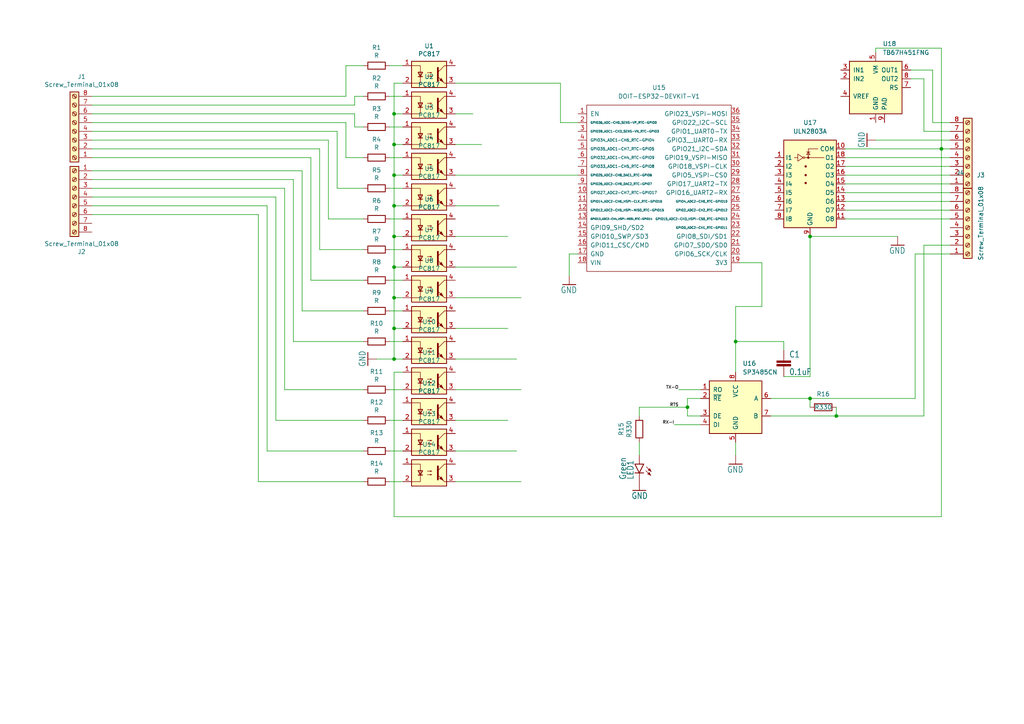
<source format=kicad_sch>
(kicad_sch (version 20211123) (generator eeschema)
  (paper "A4")
  (lib_symbols
    (symbol "Connector:Screw_Terminal_01x08" (pin_names (offset 1.016) hide)
      (property "Reference" "J" (at 0 10.16 0))
      (property "Value" "Screw_Terminal_01x08" (at 0 -12.7 0))
      (symbol "Screw_Terminal_01x08_1_1"
        (rectangle (start -1.27 8.89) (end 1.27 -11.43) (stroke (width 0.254)) (fill (type background)))
        (circle (center 0 -10.16) (radius 0.635) (stroke (width 0.1524)))
        (circle (center 0 -7.62) (radius 0.635) (stroke (width 0.1524)))
        (circle (center 0 -5.08) (radius 0.635) (stroke (width 0.1524)))
        (circle (center 0 -2.54) (radius 0.635) (stroke (width 0.1524)))
        (polyline (pts (xy -0.5334 -9.8298) (xy 0.3302 -10.668)) (stroke (width 0.1524)))
        (polyline (pts (xy -0.5334 -7.2898) (xy 0.3302 -8.128)) (stroke (width 0.1524)))
        (polyline (pts (xy -0.5334 -4.7498) (xy 0.3302 -5.588)) (stroke (width 0.1524)))
        (polyline (pts (xy -0.5334 -2.2098) (xy 0.3302 -3.048)) (stroke (width 0.1524)))
        (polyline (pts (xy -0.5334 0.3302) (xy 0.3302 -0.508)) (stroke (width 0.1524)))
        (polyline (pts (xy -0.5334 2.8702) (xy 0.3302 2.032)) (stroke (width 0.1524)))
        (polyline (pts (xy -0.5334 5.4102) (xy 0.3302 4.572)) (stroke (width 0.1524)))
        (polyline (pts (xy -0.5334 7.9502) (xy 0.3302 7.112)) (stroke (width 0.1524)))
        (polyline (pts (xy -0.3556 -9.652) (xy 0.508 -10.4902)) (stroke (width 0.1524)))
        (polyline (pts (xy -0.3556 -7.112) (xy 0.508 -7.9502)) (stroke (width 0.1524)))
        (polyline (pts (xy -0.3556 -4.572) (xy 0.508 -5.4102)) (stroke (width 0.1524)))
        (polyline (pts (xy -0.3556 -2.032) (xy 0.508 -2.8702)) (stroke (width 0.1524)))
        (polyline (pts (xy -0.3556 0.508) (xy 0.508 -0.3302)) (stroke (width 0.1524)))
        (polyline (pts (xy -0.3556 3.048) (xy 0.508 2.2098)) (stroke (width 0.1524)))
        (polyline (pts (xy -0.3556 5.588) (xy 0.508 4.7498)) (stroke (width 0.1524)))
        (polyline (pts (xy -0.3556 8.128) (xy 0.508 7.2898)) (stroke (width 0.1524)))
        (circle (center 0 0) (radius 0.635) (stroke (width 0.1524)))
        (circle (center 0 2.54) (radius 0.635) (stroke (width 0.1524)))
        (circle (center 0 5.08) (radius 0.635) (stroke (width 0.1524)))
        (circle (center 0 7.62) (radius 0.635) (stroke (width 0.1524)))
        (pin passive line (at -5.08 7.62 0) (length 3.81) (name "Pin_1") (number "1"))
        (pin passive line (at -5.08 5.08 0) (length 3.81) (name "Pin_2") (number "2"))
        (pin passive line (at -5.08 2.54 0) (length 3.81) (name "Pin_3") (number "3"))
        (pin passive line (at -5.08 0 0) (length 3.81) (name "Pin_4") (number "4"))
        (pin passive line (at -5.08 -2.54 0) (length 3.81) (name "Pin_5") (number "5"))
        (pin passive line (at -5.08 -5.08 0) (length 3.81) (name "Pin_6") (number "6"))
        (pin passive line (at -5.08 -7.62 0) (length 3.81) (name "Pin_7") (number "7"))
        (pin passive line (at -5.08 -10.16 0) (length 3.81) (name "Pin_8") (number "8"))
      )
    )
    (symbol "Device:R" (pin_numbers hide) (pin_names (offset 0))
      (property "Reference" "R" (at 2.032 0 90))
      (property "Value" "R" (at 0 0 90))
      (symbol "R_0_1"
        (rectangle (start -1.016 -2.54) (end 1.016 2.54) (stroke (width 0.254)))
      )
      (symbol "R_1_1"
        (pin passive line (at 0 3.81 270) (length 1.27) (name "~") (number "1"))
        (pin passive line (at 0 -3.81 90) (length 1.27) (name "~") (number "2"))
      )
    )
    (symbol "Driver_Motor:A4950E" (pin_names (offset 1.016))
      (property "Reference" "U15" (at 2.0194 12.7 0))
      (property "Value" "TB67H451FNG " (at 2.0194 10.16 0))
      (symbol "A4950E_0_1"
        (rectangle (start -7.62 7.62) (end 7.62 -7.62) (stroke (width 0.254)) (fill (type background)))
      )
      (symbol "A4950E_1_1"
        (pin power_in line (at 0 -10.16 90) (length 2.54) (name "GND") (number "1"))
        (pin input line (at -10.16 2.54 0) (length 2.54) (name "IN2") (number "2"))
        (pin input line (at -10.16 5.08 0) (length 2.54) (name "IN1") (number "3"))
        (pin passive line (at -10.16 -2.54 0) (length 2.54) (name "VREF") (number "4"))
        (pin power_in line (at 0 10.16 270) (length 2.54) (name "VM") (number "5"))
        (pin power_out line (at 10.16 5.08 180) (length 2.54) (name "OUT1") (number "6"))
        (pin power_in line (at 10.16 0 180) (length 2.54) (name "RS") (number "7"))
        (pin power_out line (at 10.16 2.54 180) (length 2.54) (name "OUT2") (number "8"))
        (pin power_in line (at 2.54 -10.16 90) (length 2.54) (name "PAD") (number "9"))
      )
    )
    (symbol "Interface_UART:SP3485CN" (pin_names (offset 1.016))
      (property "Reference" "U" (at -7.62 8.89 0))
      (property "Value" "SP3485CN" (at 2.54 8.89 0))
      (symbol "SP3485CN_0_1"
        (rectangle (start -7.62 7.62) (end 7.62 -7.62) (stroke (width 0.254)) (fill (type background)))
      )
      (symbol "SP3485CN_1_1"
        (pin output line (at -10.16 5.08 0) (length 2.54) (name "RO") (number "1"))
        (pin input line (at -10.16 2.54 0) (length 2.54) (name "~{RE}") (number "2"))
        (pin input line (at -10.16 -2.54 0) (length 2.54) (name "DE") (number "3"))
        (pin input line (at -10.16 -5.08 0) (length 2.54) (name "DI") (number "4"))
        (pin power_in line (at 0 -10.16 90) (length 2.54) (name "GND") (number "5"))
        (pin bidirectional line (at 10.16 2.54 180) (length 2.54) (name "A") (number "6"))
        (pin bidirectional line (at 10.16 -2.54 180) (length 2.54) (name "B") (number "7"))
        (pin power_in line (at 0 10.16 270) (length 2.54) (name "VCC") (number "8"))
      )
    )
    (symbol "Isolator:PC817" (pin_names (offset 1.016))
      (property "Reference" "U" (at -5.08 5.08 0))
      (property "Value" "PC817" (at 0 5.08 0))
      (symbol "PC817_0_1"
        (rectangle (start -5.08 3.81) (end 5.08 -3.81) (stroke (width 0.254)) (fill (type background)))
        (polyline (pts (xy -3.175 -0.635) (xy -1.905 -0.635)) (stroke (width 0.254)))
        (polyline (pts (xy 2.54 0.635) (xy 4.445 2.54)))
        (polyline (pts (xy 4.445 -2.54) (xy 2.54 -0.635)) (fill (type outline)))
        (polyline (pts (xy 4.445 -2.54) (xy 5.08 -2.54)))
        (polyline (pts (xy 4.445 2.54) (xy 5.08 2.54)))
        (polyline (pts (xy -5.08 2.54) (xy -2.54 2.54) (xy -2.54 -0.635)))
        (polyline (pts (xy -2.54 -0.635) (xy -2.54 -2.54) (xy -5.08 -2.54)))
        (polyline (pts (xy 2.54 1.905) (xy 2.54 -1.905) (xy 2.54 -1.905)) (stroke (width 0.508)))
        (polyline (pts (xy -2.54 -0.635) (xy -3.175 0.635) (xy -1.905 0.635) (xy -2.54 -0.635)) (stroke (width 0.254)))
        (polyline (pts (xy -0.508 -0.508) (xy 0.762 -0.508) (xy 0.381 -0.635) (xy 0.381 -0.381) (xy 0.762 -0.508)))
        (polyline (pts (xy -0.508 0.508) (xy 0.762 0.508) (xy 0.381 0.381) (xy 0.381 0.635) (xy 0.762 0.508)))
        (polyline (pts (xy 3.048 -1.651) (xy 3.556 -1.143) (xy 4.064 -2.159) (xy 3.048 -1.651) (xy 3.048 -1.651)) (fill (type outline)))
      )
      (symbol "PC817_1_1"
        (pin passive line (at -7.62 2.54 0) (length 2.54) (name "~") (number "1"))
        (pin passive line (at -7.62 -2.54 0) (length 2.54) (name "~") (number "2"))
        (pin passive line (at 7.62 -2.54 180) (length 2.54) (name "~") (number "3"))
        (pin passive line (at 7.62 2.54 180) (length 2.54) (name "~") (number "4"))
      )
    )
    (symbol "RS485_Breakout-eagle-import:0.1UF-25V(+80{slash}-20%)(0603)"
      (property "Reference" "C" (at 1.524 2.921 0))
      (property "Value" "0.1UF-25V(+80{slash}-20%)(0603)" (at 1.524 -2.159 0))
      (symbol "0.1UF-25V(+80{slash}-20%)(0603)_1_0"
        (rectangle (start -2.032 0.508) (end 2.032 1.016) (fill (type outline)))
        (rectangle (start -2.032 1.524) (end 2.032 2.032) (fill (type outline)))
        (polyline (pts (xy 0 0) (xy 0 0.508)) (stroke (width 0.1524)))
        (polyline (pts (xy 0 2.54) (xy 0 2.032)) (stroke (width 0.1524)))
        (pin passive line (at 0 5.08 270) (length 2.54) (name "1") (number "1"))
        (pin passive line (at 0 -2.54 90) (length 2.54) (name "2") (number "2"))
      )
    )
    (symbol "RS485_Breakout-eagle-import:GND" (power)
      (property "Value" "GND" (at -2.54 -2.54 0))
      (symbol "GND_1_0"
        (polyline (pts (xy -1.905 0) (xy 1.905 0)) (stroke (width 0.254)))
        (pin power_in line (at 0 2.54 270) (length 2.54) (name "GND") (number "1"))
      )
    )
    (symbol "RS485_Breakout-eagle-import:LED-GREEN0603"
      (property "Reference" "D" (at 3.556 -4.572 90))
      (property "Value" "LED-GREEN0603" (at 5.715 -4.572 90))
      (symbol "LED-GREEN0603_1_0"
        (polyline (pts (xy -2.032 -0.762) (xy -3.429 -2.159)) (stroke (width 0.1524)))
        (polyline (pts (xy -1.905 -1.905) (xy -3.302 -3.302)) (stroke (width 0.1524)))
        (polyline (pts (xy 0 -2.54) (xy -1.27 -2.54)) (stroke (width 0.254)))
        (polyline (pts (xy 0 -2.54) (xy -1.27 0)) (stroke (width 0.254)))
        (polyline (pts (xy 0 0) (xy -1.27 0)) (stroke (width 0.254)))
        (polyline (pts (xy 1.27 -2.54) (xy 0 -2.54)) (stroke (width 0.254)))
        (polyline (pts (xy 1.27 0) (xy 0 -2.54)) (stroke (width 0.254)))
        (polyline (pts (xy 1.27 0) (xy 0 0)) (stroke (width 0.254)))
        (polyline (pts (xy -3.429 -2.159) (xy -3.048 -1.27) (xy -2.54 -1.778)) (fill (type outline)))
        (polyline (pts (xy -3.302 -3.302) (xy -2.921 -2.413) (xy -2.413 -2.921)) (fill (type outline)))
        (pin passive line (at 0 2.54 270) (length 2.54) (name "A") (number "A"))
        (pin passive line (at 0 -5.08 90) (length 2.54) (name "C") (number "C"))
      )
    )
    (symbol "Transistor_Array:ULN2803A"
      (property "Reference" "U" (at 0 13.335 0))
      (property "Value" "ULN2803A" (at 0 11.43 0))
      (symbol "ULN2803A_0_1"
        (rectangle (start -7.62 -15.24) (end 7.62 10.16) (stroke (width 0.254)) (fill (type background)))
        (circle (center -1.778 5.08) (radius 0.254))
        (circle (center -1.27 -2.286) (radius 0.254) (fill (type outline)))
        (circle (center -1.27 0) (radius 0.254) (fill (type outline)))
        (circle (center -1.27 2.54) (radius 0.254) (fill (type outline)))
        (circle (center -0.508 5.08) (radius 0.254) (fill (type outline)))
        (polyline (pts (xy -4.572 5.08) (xy -3.556 5.08)))
        (polyline (pts (xy -1.524 5.08) (xy 4.064 5.08)))
        (polyline (pts (xy 0 6.731) (xy -1.016 6.731)))
        (polyline (pts (xy -0.508 5.08) (xy -0.508 7.62) (xy 2.286 7.62)))
        (polyline (pts (xy -3.556 6.096) (xy -3.556 4.064) (xy -2.032 5.08) (xy -3.556 6.096)))
        (polyline (pts (xy 0 5.969) (xy -1.016 5.969) (xy -0.508 6.731) (xy 0 5.969)))
      )
      (symbol "ULN2803A_1_1"
        (pin input line (at -10.16 5.08 0) (length 2.54) (name "I1") (number "1"))
        (pin passive line (at 10.16 7.62 180) (length 2.54) (name "COM") (number "10"))
        (pin open_collector line (at 10.16 -12.7 180) (length 2.54) (name "O8") (number "11"))
        (pin open_collector line (at 10.16 -10.16 180) (length 2.54) (name "O7") (number "12"))
        (pin open_collector line (at 10.16 -7.62 180) (length 2.54) (name "O6") (number "13"))
        (pin open_collector line (at 10.16 -5.08 180) (length 2.54) (name "O5") (number "14"))
        (pin open_collector line (at 10.16 -2.54 180) (length 2.54) (name "O4") (number "15"))
        (pin open_collector line (at 10.16 0 180) (length 2.54) (name "O3") (number "16"))
        (pin open_collector line (at 10.16 2.54 180) (length 2.54) (name "O2") (number "17"))
        (pin open_collector line (at 10.16 5.08 180) (length 2.54) (name "O1") (number "18"))
        (pin input line (at -10.16 2.54 0) (length 2.54) (name "I2") (number "2"))
        (pin input line (at -10.16 0 0) (length 2.54) (name "I3") (number "3"))
        (pin input line (at -10.16 -2.54 0) (length 2.54) (name "I4") (number "4"))
        (pin input line (at -10.16 -5.08 0) (length 2.54) (name "I5") (number "5"))
        (pin input line (at -10.16 -7.62 0) (length 2.54) (name "I6") (number "6"))
        (pin input line (at -10.16 -10.16 0) (length 2.54) (name "I7") (number "7"))
        (pin input line (at -10.16 -12.7 0) (length 2.54) (name "I8") (number "8"))
        (pin power_in line (at 0 -17.78 90) (length 2.54) (name "GND") (number "9"))
      )
    )
    (symbol "doit-esp32-devkit-v1:DOIT-ESP32-DEVKIT-V1" (pin_names (offset 1.016))
      (property "Reference" "U" (at -1.27 11.43 0))
      (property "Value" "DOIT-ESP32-DEVKIT-V1" (at 0 13.97 0))
      (symbol "DOIT-ESP32-DEVKIT-V1_0_1"
        (rectangle (start 20.32 10.16) (end -21.59 -38.1))
      )
      (symbol "DOIT-ESP32-DEVKIT-V1_1_1"
        (pin output line (at -24.13 7.62 0) (length 2.54) (name "EN") (number "1"))
        (pin bidirectional line (at -24.13 -15.24 0) (length 2.54) (name "GPIO27_ADC2-CH7_RTC-GPIO17") (number "10"))
        (pin bidirectional line (at -24.13 -17.78 0) (length 2.54) (name "GPIO14_ADC2-CH6_HSPI-CLK_RTC-GPIO16") (number "11"))
        (pin bidirectional line (at -24.13 -20.32 0) (length 2.54) (name "GPIO12_ADC2-CH5_HSPI-MISO_RTC-GPIO15") (number "12"))
        (pin bidirectional line (at -24.13 -22.86 0) (length 2.54) (name "GPIO13_ADC2-CH4_HSPI-MOSI_RTC-GPIO14") (number "13"))
        (pin unspecified line (at -24.13 -25.4 0) (length 2.54) (name "GPIO9_SHD/SD2") (number "14"))
        (pin unspecified line (at -24.13 -27.94 0) (length 2.54) (name "GPIO10_SWP/SD3") (number "15"))
        (pin unspecified line (at -24.13 -30.48 0) (length 2.54) (name "GPIO11_CSC/CMD") (number "16"))
        (pin bidirectional line (at -24.13 -33.02 0) (length 2.54) (name "GND") (number "17"))
        (pin bidirectional line (at -24.13 -35.56 0) (length 2.54) (name "VIN") (number "18"))
        (pin output line (at 22.86 -35.56 180) (length 2.54) (name "3V3") (number "19"))
        (pin bidirectional line (at -24.13 5.08 0) (length 2.54) (name "GPIO36_ADC-CH0_SENS-VP_RTC-GPIO0") (number "2"))
        (pin unspecified line (at 22.86 -33.02 180) (length 2.54) (name "GPIO6_SCK/CLK") (number "20"))
        (pin unspecified line (at 22.86 -30.48 180) (length 2.54) (name "GPIO7_SDO/SD0") (number "21"))
        (pin unspecified line (at 22.86 -27.94 180) (length 2.54) (name "GPIO8_SDI/SD1") (number "22"))
        (pin bidirectional line (at 22.86 -25.4 180) (length 2.54) (name "GPIO0_ADC2-CH1_RTC-GPIO11") (number "23"))
        (pin bidirectional line (at 22.86 -22.86 180) (length 2.54) (name "GPIO15_ADC2-CH3_HSPI-CS0_RTC-GPIO13") (number "24"))
        (pin bidirectional line (at 22.86 -20.32 180) (length 2.54) (name "GPIO2_ADC2-CH2_RTC-GPIO12") (number "25"))
        (pin bidirectional line (at 22.86 -17.78 180) (length 2.54) (name "GPIO4_ADC2-CH0_RTC-GPIO10") (number "26"))
        (pin bidirectional line (at 22.86 -15.24 180) (length 2.54) (name "GPIO16_UART2-RX") (number "27"))
        (pin bidirectional line (at 22.86 -12.7 180) (length 2.54) (name "GPIO17_UART2-TX") (number "28"))
        (pin bidirectional line (at 22.86 -10.16 180) (length 2.54) (name "GPIO5_VSPI-CS0") (number "29"))
        (pin bidirectional line (at -24.13 2.54 0) (length 2.54) (name "GPIO39_ADC1-CH3_SENS-VN_RTC-GPIO3") (number "3"))
        (pin bidirectional line (at 22.86 -7.62 180) (length 2.54) (name "GPIO18_VSPI-CLK") (number "30"))
        (pin bidirectional line (at 22.86 -5.08 180) (length 2.54) (name "GPIO19_VSPI-MISO") (number "31"))
        (pin bidirectional line (at 22.86 -2.54 180) (length 2.54) (name "GPIO21_I2C-SDA") (number "32"))
        (pin bidirectional line (at 22.86 0 180) (length 2.54) (name "GPIO3__UART0-RX") (number "33"))
        (pin bidirectional line (at 22.86 2.54 180) (length 2.54) (name "GPIO1_UART0-TX") (number "34"))
        (pin bidirectional line (at 22.86 5.08 180) (length 2.54) (name "GPIO22_I2C-SCL") (number "35"))
        (pin bidirectional line (at 22.86 7.62 180) (length 2.54) (name "GPIO23_VSPI-MOSI") (number "36"))
        (pin bidirectional line (at -24.13 0 0) (length 2.54) (name "GPIO34_ADC1-CH6_RTC-GPIO4") (number "4"))
        (pin bidirectional line (at -24.13 -2.54 0) (length 2.54) (name "GPIO35_ADC1-CH7_RTC-GPIO5") (number "5"))
        (pin bidirectional line (at -24.13 -5.08 0) (length 2.54) (name "GPIO32_ADC1-CH4_RTC-GPIO9") (number "6"))
        (pin bidirectional line (at -24.13 -7.62 0) (length 2.54) (name "GPIO33_ADC1-CH5_RTC-GPIO8") (number "7"))
        (pin bidirectional line (at -24.13 -10.16 0) (length 2.54) (name "GPIO25_ADC2-CH8_DAC1_RTC-GPIO6") (number "8"))
        (pin bidirectional line (at -24.13 -12.7 0) (length 2.54) (name "GPIO26_ADC2-CH9_DAC2_RTC-GPIO7") (number "9"))
      )
    )
  )
  (junction (at 114.3 59.69))
  (junction (at 114.3 86.36))
  (junction (at 114.3 104.14))
  (junction (at 114.3 33.02))
  (junction (at 114.3 95.25))
  (junction (at 114.3 41.91))
  (junction (at 114.3 77.47))
  (junction (at 213.36 99.06))
  (junction (at 199.39 118.11))
  (junction (at 242.57 120.65))
  (junction (at 234.95 115.57))
  (junction (at 114.3 68.58))
  (junction (at 114.3 50.8))
  (junction (at 234.95 68.58))
  (junction (at 273.05 43.18))
  (wire (pts (xy 132.08 50.8) (xy 167.64 50.8)))
  (wire (pts (xy 162.56 35.56) (xy 167.64 35.56)))
  (wire (pts (xy 90.17 45.72) (xy 90.17 81.28)))
  (wire (pts (xy 264.16 20.32) (xy 270.51 20.32)))
  (wire (pts (xy 196.85 113.03) (xy 203.2 113.03)))
  (wire (pts (xy 114.3 50.8) (xy 116.84 50.8)))
  (wire (pts (xy 273.05 43.18) (xy 245.11 43.18)))
  (wire (pts (xy 82.55 113.03) (xy 105.41 113.03)))
  (wire (pts (xy 113.03 139.7) (xy 116.84 139.7)))
  (wire (pts (xy 270.51 35.56) (xy 275.59 35.56)))
  (wire (pts (xy 254 40.64) (xy 275.59 40.64)))
  (wire (pts (xy 273.05 43.18) (xy 273.05 149.86)))
  (wire (pts (xy 114.3 41.91) (xy 114.3 50.8)))
  (wire (pts (xy 100.33 27.94) (xy 100.33 19.05)))
  (wire (pts (xy 199.39 115.57) (xy 203.2 115.57)))
  (wire (pts (xy 234.95 68.58) (xy 260.35 68.58)))
  (wire (pts (xy 90.17 81.28) (xy 105.41 81.28)))
  (wire (pts (xy 114.3 86.36) (xy 116.84 86.36)))
  (wire (pts (xy 113.03 113.03) (xy 116.84 113.03)))
  (wire (pts (xy 213.36 99.06) (xy 213.36 88.9)))
  (wire (pts (xy 102.87 27.94) (xy 105.41 27.94)))
  (wire (pts (xy 114.3 77.47) (xy 116.84 77.47)))
  (wire (pts (xy 132.08 113.03) (xy 151.13 113.03)))
  (wire (pts (xy 114.3 50.8) (xy 114.3 59.69)))
  (wire (pts (xy 185.42 118.11) (xy 185.42 120.65)))
  (wire (pts (xy 102.87 33.02) (xy 102.87 36.83)))
  (wire (pts (xy 245.11 50.8) (xy 275.59 50.8)))
  (wire (pts (xy 132.08 59.69) (xy 144.78 59.69)))
  (wire (pts (xy 113.03 99.06) (xy 116.84 99.06)))
  (wire (pts (xy 80.01 57.15) (xy 80.01 121.92)))
  (wire (pts (xy 26.67 49.53) (xy 87.63 49.53)))
  (wire (pts (xy 26.67 62.23) (xy 74.93 62.23)))
  (wire (pts (xy 26.67 27.94) (xy 100.33 27.94)))
  (wire (pts (xy 245.11 55.88) (xy 275.59 55.88)))
  (wire (pts (xy 116.84 107.95) (xy 114.3 107.95)))
  (wire (pts (xy 102.87 30.48) (xy 102.87 27.94)))
  (wire (pts (xy 113.03 72.39) (xy 116.84 72.39)))
  (wire (pts (xy 114.3 86.36) (xy 114.3 95.25)))
  (wire (pts (xy 254 13.97) (xy 273.05 13.97)))
  (wire (pts (xy 74.93 62.23) (xy 74.93 139.7)))
  (wire (pts (xy 132.08 104.14) (xy 149.86 104.14)))
  (wire (pts (xy 165.1 80.01) (xy 165.1 73.66)))
  (wire (pts (xy 132.08 139.7) (xy 151.13 139.7)))
  (wire (pts (xy 114.3 107.95) (xy 114.3 149.86)))
  (wire (pts (xy 223.52 115.57) (xy 234.95 115.57)))
  (wire (pts (xy 114.3 104.14) (xy 109.22 104.14)))
  (wire (pts (xy 114.3 95.25) (xy 116.84 95.25)))
  (wire (pts (xy 132.08 24.13) (xy 162.56 24.13)))
  (wire (pts (xy 132.08 33.02) (xy 137.16 33.02)))
  (wire (pts (xy 97.79 38.1) (xy 97.79 54.61)))
  (wire (pts (xy 132.08 121.92) (xy 147.32 121.92)))
  (wire (pts (xy 162.56 24.13) (xy 162.56 35.56)))
  (wire (pts (xy 87.63 49.53) (xy 87.63 90.17)))
  (wire (pts (xy 26.67 45.72) (xy 90.17 45.72)))
  (wire (pts (xy 132.08 77.47) (xy 149.86 77.47)))
  (wire (pts (xy 273.05 43.18) (xy 275.59 43.18)))
  (wire (pts (xy 114.3 24.13) (xy 114.3 33.02)))
  (wire (pts (xy 234.95 118.11) (xy 234.95 115.57)))
  (wire (pts (xy 100.33 19.05) (xy 105.41 19.05)))
  (wire (pts (xy 26.67 52.07) (xy 85.09 52.07)))
  (wire (pts (xy 265.43 73.66) (xy 265.43 115.57)))
  (wire (pts (xy 114.3 41.91) (xy 116.84 41.91)))
  (wire (pts (xy 267.97 120.65) (xy 242.57 120.65)))
  (wire (pts (xy 195.58 123.19) (xy 203.2 123.19)))
  (wire (pts (xy 213.36 107.95) (xy 213.36 99.06)))
  (wire (pts (xy 114.3 68.58) (xy 116.84 68.58)))
  (wire (pts (xy 102.87 36.83) (xy 105.41 36.83)))
  (wire (pts (xy 242.57 118.11) (xy 242.57 120.65)))
  (wire (pts (xy 82.55 54.61) (xy 82.55 113.03)))
  (wire (pts (xy 273.05 13.97) (xy 273.05 43.18)))
  (wire (pts (xy 113.03 130.81) (xy 116.84 130.81)))
  (wire (pts (xy 267.97 22.86) (xy 267.97 38.1)))
  (wire (pts (xy 26.67 43.18) (xy 92.71 43.18)))
  (wire (pts (xy 74.93 139.7) (xy 105.41 139.7)))
  (wire (pts (xy 113.03 27.94) (xy 116.84 27.94)))
  (wire (pts (xy 95.25 40.64) (xy 95.25 63.5)))
  (wire (pts (xy 113.03 19.05) (xy 116.84 19.05)))
  (wire (pts (xy 77.47 130.81) (xy 105.41 130.81)))
  (wire (pts (xy 116.84 24.13) (xy 114.3 24.13)))
  (wire (pts (xy 199.39 120.65) (xy 199.39 118.11)))
  (wire (pts (xy 92.71 72.39) (xy 105.41 72.39)))
  (wire (pts (xy 185.42 128.27) (xy 185.42 132.08)))
  (wire (pts (xy 26.67 54.61) (xy 82.55 54.61)))
  (wire (pts (xy 275.59 71.12) (xy 267.97 71.12)))
  (wire (pts (xy 80.01 121.92) (xy 105.41 121.92)))
  (wire (pts (xy 100.33 45.72) (xy 105.41 45.72)))
  (wire (pts (xy 245.11 53.34) (xy 275.59 53.34)))
  (wire (pts (xy 26.67 33.02) (xy 102.87 33.02)))
  (wire (pts (xy 100.33 35.56) (xy 100.33 45.72)))
  (wire (pts (xy 26.67 57.15) (xy 80.01 57.15)))
  (wire (pts (xy 26.67 40.64) (xy 95.25 40.64)))
  (wire (pts (xy 113.03 81.28) (xy 116.84 81.28)))
  (wire (pts (xy 213.36 128.27) (xy 213.36 132.08)))
  (wire (pts (xy 234.95 109.22) (xy 234.95 68.58)))
  (wire (pts (xy 114.3 33.02) (xy 114.3 41.91)))
  (wire (pts (xy 114.3 59.69) (xy 116.84 59.69)))
  (wire (pts (xy 114.3 33.02) (xy 116.84 33.02)))
  (wire (pts (xy 87.63 90.17) (xy 105.41 90.17)))
  (wire (pts (xy 227.33 99.06) (xy 213.36 99.06)))
  (wire (pts (xy 85.09 99.06) (xy 105.41 99.06)))
  (wire (pts (xy 114.3 95.25) (xy 114.3 104.14)))
  (wire (pts (xy 113.03 90.17) (xy 116.84 90.17)))
  (wire (pts (xy 132.08 68.58) (xy 147.32 68.58)))
  (wire (pts (xy 113.03 36.83) (xy 116.84 36.83)))
  (wire (pts (xy 270.51 20.32) (xy 270.51 35.56)))
  (wire (pts (xy 113.03 121.92) (xy 116.84 121.92)))
  (wire (pts (xy 264.16 22.86) (xy 267.97 22.86)))
  (wire (pts (xy 254 15.24) (xy 254 13.97)))
  (wire (pts (xy 234.95 115.57) (xy 265.43 115.57)))
  (wire (pts (xy 114.3 77.47) (xy 114.3 86.36)))
  (wire (pts (xy 214.63 76.2) (xy 220.98 76.2)))
  (wire (pts (xy 223.52 120.65) (xy 242.57 120.65)))
  (wire (pts (xy 113.03 54.61) (xy 116.84 54.61)))
  (wire (pts (xy 114.3 104.14) (xy 116.84 104.14)))
  (wire (pts (xy 92.71 43.18) (xy 92.71 72.39)))
  (wire (pts (xy 132.08 95.25) (xy 147.32 95.25)))
  (wire (pts (xy 132.08 41.91) (xy 139.7 41.91)))
  (wire (pts (xy 114.3 149.86) (xy 273.05 149.86)))
  (wire (pts (xy 245.11 45.72) (xy 275.59 45.72)))
  (wire (pts (xy 97.79 54.61) (xy 105.41 54.61)))
  (wire (pts (xy 113.03 45.72) (xy 116.84 45.72)))
  (wire (pts (xy 185.42 118.11) (xy 199.39 118.11)))
  (wire (pts (xy 199.39 115.57) (xy 199.39 118.11)))
  (wire (pts (xy 165.1 73.66) (xy 167.64 73.66)))
  (wire (pts (xy 265.43 73.66) (xy 275.59 73.66)))
  (wire (pts (xy 245.11 48.26) (xy 275.59 48.26)))
  (wire (pts (xy 26.67 59.69) (xy 77.47 59.69)))
  (wire (pts (xy 267.97 71.12) (xy 267.97 120.65)))
  (wire (pts (xy 220.98 88.9) (xy 220.98 76.2)))
  (wire (pts (xy 77.47 59.69) (xy 77.47 130.81)))
  (wire (pts (xy 245.11 63.5) (xy 275.59 63.5)))
  (wire (pts (xy 26.67 35.56) (xy 100.33 35.56)))
  (wire (pts (xy 245.11 58.42) (xy 275.59 58.42)))
  (wire (pts (xy 114.3 68.58) (xy 114.3 77.47)))
  (wire (pts (xy 132.08 86.36) (xy 151.13 86.36)))
  (wire (pts (xy 114.3 59.69) (xy 114.3 68.58)))
  (wire (pts (xy 199.39 120.65) (xy 203.2 120.65)))
  (wire (pts (xy 26.67 38.1) (xy 97.79 38.1)))
  (wire (pts (xy 85.09 52.07) (xy 85.09 99.06)))
  (wire (pts (xy 26.67 30.48) (xy 102.87 30.48)))
  (wire (pts (xy 132.08 130.81) (xy 149.86 130.81)))
  (wire (pts (xy 113.03 63.5) (xy 116.84 63.5)))
  (wire (pts (xy 227.33 101.6) (xy 227.33 99.06)))
  (wire (pts (xy 245.11 60.96) (xy 275.59 60.96)))
  (wire (pts (xy 267.97 38.1) (xy 275.59 38.1)))
  (wire (pts (xy 213.36 88.9) (xy 220.98 88.9)))
  (wire (pts (xy 227.33 109.22) (xy 234.95 109.22)))
  (wire (pts (xy 95.25 63.5) (xy 105.41 63.5)))
  (label "RTS" (at 196.85 118.11 180) (effects (font (size 0.889 0.889))))
  (label "TX-O" (at 196.85 113.03 180) (effects (font (size 0.889 0.889))))
  (label "RX-I" (at 195.58 123.19 180) (effects (font (size 0.889 0.889))))
  (symbol (lib_id "Device:R") (at 109.22 45.72 270) (unit 1)
    (property "Reference" "R4" (at 109.22 40.4622 90))
    (property "Value" "R" (at 109.22 42.7736 90))
    (property "Footprint" "Resistor_THT:R_Axial_DIN0204_L3.6mm_D1.6mm_P2.54mm_Vertical" (effects hide))
  )
  (symbol (lib_id "Device:R") (at 185.42 124.46 0) (unit 1)
    (property "Reference" "R15" (at 180.1622 124.46 90))
    (property "Value" "R330" (at 182.4736 124.46 90))
    (property "Footprint" "Resistor_THT:R_Axial_DIN0204_L3.6mm_D1.6mm_P2.54mm_Vertical" (effects hide))
  )
  (symbol (lib_id "Device:R") (at 109.22 63.5 270) (unit 1)
    (property "Reference" "R6" (at 109.22 58.2422 90))
    (property "Value" "R" (at 109.22 60.5536 90))
    (property "Footprint" "Resistor_THT:R_Axial_DIN0204_L3.6mm_D1.6mm_P2.54mm_Vertical" (effects hide))
  )
  (symbol (lib_id "RS485_Breakout-eagle-import:GND") (at 106.68 104.14 270) (unit 1)
    (property "Reference" "#GND01" (effects hide))
    (property "Value" "GND" (at 104.14 101.6 0) (effects (font (size 1.778 1.5113)) (justify left bottom)))
    (property "Footprint" "RS485_Breakout:" (effects hide))
  )
  (symbol (lib_id "Isolator:PC817") (at 124.46 101.6 0) (unit 1)
    (property "Reference" "U10" (at 124.46 93.345 0))
    (property "Value" "PC817" (at 124.46 95.6564 0))
    (property "Footprint" "Package_DIP:DIP-4_W7.62mm" (effects hide))
    (property "Datasheet" "http://www.soselectronic.cz/a_info/resource/d/pc817.pdf" (effects hide))
  )
  (symbol (lib_id "Connector:Screw_Terminal_01x08") (at 21.59 38.1 180) (unit 1)
    (property "Reference" "J1" (at 23.6728 22.225 0))
    (property "Value" "Screw_Terminal_01x08" (at 23.6728 24.5364 0))
    (property "Footprint" "TerminalBlock_Phoenix:TerminalBlock_Phoenix_MKDS-1,5-8-5.08_1x08_P5.08mm_Horizontal" (effects hide))
  )
  (symbol (lib_id "Device:R") (at 109.22 72.39 270) (unit 1)
    (property "Reference" "R7" (at 109.22 67.1322 90))
    (property "Value" "R" (at 109.22 69.4436 90))
    (property "Footprint" "Resistor_THT:R_Axial_DIN0204_L3.6mm_D1.6mm_P2.54mm_Vertical" (effects hide))
  )
  (symbol (lib_id "Isolator:PC817") (at 124.46 66.04 0) (unit 1)
    (property "Reference" "U6" (at 124.46 57.785 0))
    (property "Value" "PC817" (at 124.46 60.0964 0))
    (property "Footprint" "Package_DIP:DIP-4_W7.62mm" (effects hide))
    (property "Datasheet" "http://www.soselectronic.cz/a_info/resource/d/pc817.pdf" (effects hide))
  )
  (symbol (lib_id "Isolator:PC817") (at 124.46 39.37 0) (unit 1)
    (property "Reference" "U3" (at 124.46 31.115 0))
    (property "Value" "PC817" (at 124.46 33.4264 0))
    (property "Footprint" "Package_DIP:DIP-4_W7.62mm" (effects hide))
    (property "Datasheet" "http://www.soselectronic.cz/a_info/resource/d/pc817.pdf" (effects hide))
  )
  (symbol (lib_id "Isolator:PC817") (at 124.46 128.27 0) (unit 1)
    (property "Reference" "U13" (at 124.46 120.015 0))
    (property "Value" "PC817" (at 124.46 122.3264 0))
    (property "Footprint" "Package_DIP:DIP-4_W7.62mm" (effects hide))
    (property "Datasheet" "http://www.soselectronic.cz/a_info/resource/d/pc817.pdf" (effects hide))
  )
  (symbol (lib_id "RS485_Breakout-eagle-import:0.1UF-25V(+80{slash}-20%)(0603)") (at 227.33 106.68 0) (unit 1)
    (property "Reference" "C1" (at 228.854 103.759 0) (effects (font (size 1.778 1.5113)) (justify left bottom)))
    (property "Value" "0.1uF" (at 228.854 108.839 0) (effects (font (size 1.778 1.5113)) (justify left bottom)))
    (property "Footprint" "RS485_Breakout:0603-CAP" (effects hide))
  )
  (symbol (lib_id "Device:R") (at 109.22 27.94 270) (unit 1)
    (property "Reference" "R2" (at 109.22 22.6822 90))
    (property "Value" "R" (at 109.22 24.9936 90))
    (property "Footprint" "Resistor_THT:R_Axial_DIN0204_L3.6mm_D1.6mm_P2.54mm_Vertical" (effects hide))
  )
  (symbol (lib_id "doit-esp32-devkit-v1:DOIT-ESP32-DEVKIT-V1") (at 191.77 40.64 0) (unit 1)
    (property "Reference" "U15" (at 191.135 25.4 0))
    (property "Value" "DOIT-ESP32-DEVKIT-V1" (at 191.135 27.94 0))
    (property "Footprint" "doit-esp32-devkit-kicad:ESP32-DOIT-DEVKIT" (effects hide))
  )
  (symbol (lib_id "Device:R") (at 109.22 130.81 270) (unit 1)
    (property "Reference" "R13" (at 109.22 125.5522 90))
    (property "Value" "R" (at 109.22 127.8636 90))
    (property "Footprint" "Resistor_THT:R_Axial_DIN0204_L3.6mm_D1.6mm_P2.54mm_Vertical" (effects hide))
  )
  (symbol (lib_id "RS485_Breakout-eagle-import:GND") (at 165.1 82.55 0) (unit 1)
    (property "Reference" "#GND02" (effects hide))
    (property "Value" "GND" (at 162.56 85.09 0) (effects (font (size 1.778 1.5113)) (justify left bottom)))
    (property "Footprint" "RS485_Breakout:" (effects hide))
  )
  (symbol (lib_id "Device:R") (at 109.22 139.7 270) (unit 1)
    (property "Reference" "R14" (at 109.22 134.4422 90))
    (property "Value" "R" (at 109.22 136.7536 90))
    (property "Footprint" "Resistor_THT:R_Axial_DIN0204_L3.6mm_D1.6mm_P2.54mm_Vertical" (effects hide))
  )
  (symbol (lib_id "Device:R") (at 238.76 118.11 90) (unit 1)
    (property "Reference" "R16" (at 238.76 114.3 90))
    (property "Value" "R330" (at 238.76 118.11 90))
    (property "Footprint" "Resistor_THT:R_Axial_DIN0204_L3.6mm_D1.6mm_P2.54mm_Vertical" (effects hide))
  )
  (symbol (lib_id "Device:R") (at 109.22 90.17 270) (unit 1)
    (property "Reference" "R9" (at 109.22 84.9122 90))
    (property "Value" "R" (at 109.22 87.2236 90))
    (property "Footprint" "Resistor_THT:R_Axial_DIN0204_L3.6mm_D1.6mm_P2.54mm_Vertical" (effects hide))
  )
  (symbol (lib_id "Isolator:PC817") (at 124.46 74.93 0) (unit 1)
    (property "Reference" "U7" (at 124.46 66.675 0))
    (property "Value" "PC817" (at 124.46 68.9864 0))
    (property "Footprint" "Package_DIP:DIP-4_W7.62mm" (effects hide))
    (property "Datasheet" "http://www.soselectronic.cz/a_info/resource/d/pc817.pdf" (effects hide))
  )
  (symbol (lib_id "Connector:Screw_Terminal_01x08") (at 280.67 45.72 0) (mirror x) (unit 1)
    (property "Reference" "J3" (at 284.48 50.8 0))
    (property "Value" "Screw_Terminal_01x08" (effects hide))
    (property "Footprint" "TerminalBlock_Phoenix:TerminalBlock_Phoenix_MKDS-1,5-8-5.08_1x08_P5.08mm_Horizontal" (effects hide))
  )
  (symbol (lib_id "Connector:Screw_Terminal_01x08") (at 21.59 57.15 0) (mirror y) (unit 1)
    (property "Reference" "J2" (at 23.6728 73.025 0))
    (property "Value" "Screw_Terminal_01x08" (at 23.6728 70.7136 0))
    (property "Footprint" "TerminalBlock_Phoenix:TerminalBlock_Phoenix_MKDS-1,5-8-5.08_1x08_P5.08mm_Horizontal" (effects hide))
  )
  (symbol (lib_id "Isolator:PC817") (at 124.46 119.38 0) (unit 1)
    (property "Reference" "U12" (at 124.46 111.125 0))
    (property "Value" "PC817" (at 124.46 113.4364 0))
    (property "Footprint" "Package_DIP:DIP-4_W7.62mm" (effects hide))
    (property "Datasheet" "http://www.soselectronic.cz/a_info/resource/d/pc817.pdf" (effects hide))
  )
  (symbol (lib_id "RS485_Breakout-eagle-import:GND") (at 251.46 40.64 270) (unit 1)
    (property "Reference" "#GND05" (effects hide))
    (property "Value" "GND" (at 248.92 38.1 0) (effects (font (size 1.778 1.5113)) (justify left bottom)))
    (property "Footprint" "RS485_Breakout:" (effects hide))
  )
  (symbol (lib_id "Device:R") (at 109.22 81.28 270) (unit 1)
    (property "Reference" "R8" (at 109.22 76.0222 90))
    (property "Value" "R" (at 109.22 78.3336 90))
    (property "Footprint" "Resistor_THT:R_Axial_DIN0204_L3.6mm_D1.6mm_P2.54mm_Vertical" (effects hide))
  )
  (symbol (lib_id "Isolator:PC817") (at 124.46 48.26 0) (unit 1)
    (property "Reference" "U4" (at 124.46 40.005 0))
    (property "Value" "PC817" (at 124.46 42.3164 0))
    (property "Footprint" "Package_DIP:DIP-4_W7.62mm" (effects hide))
    (property "Datasheet" "http://www.soselectronic.cz/a_info/resource/d/pc817.pdf" (effects hide))
  )
  (symbol (lib_id "Device:R") (at 109.22 121.92 270) (unit 1)
    (property "Reference" "R12" (at 109.22 116.6622 90))
    (property "Value" "R" (at 109.22 118.9736 90))
    (property "Footprint" "Resistor_THT:R_Axial_DIN0204_L3.6mm_D1.6mm_P2.54mm_Vertical" (effects hide))
  )
  (symbol (lib_id "Isolator:PC817") (at 124.46 21.59 0) (unit 1)
    (property "Reference" "U1" (at 124.46 13.335 0))
    (property "Value" "PC817" (at 124.46 15.6464 0))
    (property "Footprint" "Package_DIP:DIP-4_W7.62mm" (effects hide))
    (property "Datasheet" "http://www.soselectronic.cz/a_info/resource/d/pc817.pdf" (effects hide))
  )
  (symbol (lib_id "Device:R") (at 109.22 99.06 270) (unit 1)
    (property "Reference" "R10" (at 109.22 93.8022 90))
    (property "Value" "R" (at 109.22 96.1136 90))
    (property "Footprint" "Resistor_THT:R_Axial_DIN0204_L3.6mm_D1.6mm_P2.54mm_Vertical" (effects hide))
  )
  (symbol (lib_id "Isolator:PC817") (at 124.46 110.49 0) (unit 1)
    (property "Reference" "U11" (at 124.46 102.235 0))
    (property "Value" "PC817" (at 124.46 104.5464 0))
    (property "Footprint" "Package_DIP:DIP-4_W7.62mm" (effects hide))
    (property "Datasheet" "http://www.soselectronic.cz/a_info/resource/d/pc817.pdf" (effects hide))
  )
  (symbol (lib_id "Device:R") (at 109.22 54.61 270) (unit 1)
    (property "Reference" "R5" (at 109.22 49.3522 90))
    (property "Value" "R" (at 109.22 51.6636 90))
    (property "Footprint" "Resistor_THT:R_Axial_DIN0204_L3.6mm_D1.6mm_P2.54mm_Vertical" (effects hide))
  )
  (symbol (lib_id "RS485_Breakout-eagle-import:LED-GREEN0603") (at 185.42 134.62 0) (mirror y) (unit 1)
    (property "Reference" "LED1" (at 181.864 139.192 90) (effects (font (size 1.778 1.5113)) (justify left bottom)))
    (property "Value" "Green" (at 179.705 139.192 90) (effects (font (size 1.778 1.5113)) (justify left bottom)))
    (property "Footprint" "LED_SMD:LED_0603_1608Metric_Pad1.05x0.95mm_HandSolder" (effects hide))
  )
  (symbol (lib_id "Isolator:PC817") (at 124.46 30.48 0) (unit 1)
    (property "Reference" "U2" (at 124.46 22.225 0))
    (property "Value" "PC817" (at 124.46 24.5364 0))
    (property "Footprint" "Package_DIP:DIP-4_W7.62mm" (effects hide))
    (property "Datasheet" "http://www.soselectronic.cz/a_info/resource/d/pc817.pdf" (effects hide))
  )
  (symbol (lib_id "Transistor_Array:ULN2803A") (at 234.95 50.8 0) (unit 1)
    (property "Reference" "U17" (at 234.95 35.56 0))
    (property "Value" "ULN2803A" (at 234.95 38.1 0))
    (property "Footprint" "Package_DIP:DIP-18_W7.62mm" (effects hide))
    (property "Datasheet" "/home/fred-olav/esp32projects/Deler/ULN2803APG.pdf" (effects hide))
  )
  (symbol (lib_id "Connector:Screw_Terminal_01x08") (at 280.67 66.04 0) (mirror x) (unit 1)
    (property "Reference" "J4" (at 278.5872 50.165 0))
    (property "Value" "Screw_Terminal_01x08" (at 284.48 64.77 90))
    (property "Footprint" "TerminalBlock_Phoenix:TerminalBlock_Phoenix_MKDS-1,5-8-5.08_1x08_P5.08mm_Horizontal" (effects hide))
  )
  (symbol (lib_id "Driver_Motor:A4950E") (at 254 25.4 0) (unit 1)
    (property "Reference" "U18" (at 256.0194 12.7 0) (effects (justify left)))
    (property "Value" "TB67H451FNG " (at 256.0194 15.24 0) (effects (justify left)))
    (property "Footprint" "Package_SO:SOIC-8-1EP_3.9x4.9mm_P1.27mm_EP2.41x3.3mm" (effects hide))
    (property "Datasheet" "/home/fred-olav/esp32projects/Deler/TB67H451FNG - Toshiba DC motordriver.pdf" (effects hide))
  )
  (symbol (lib_id "Device:R") (at 109.22 19.05 270) (unit 1)
    (property "Reference" "R1" (at 109.22 13.7922 90))
    (property "Value" "R" (at 109.22 16.1036 90))
    (property "Footprint" "Resistor_THT:R_Axial_DIN0204_L3.6mm_D1.6mm_P2.54mm_Vertical" (effects hide))
  )
  (symbol (lib_id "Isolator:PC817") (at 124.46 137.16 0) (unit 1)
    (property "Reference" "U14" (at 124.46 128.905 0))
    (property "Value" "PC817" (at 124.46 131.2164 0))
    (property "Footprint" "Package_DIP:DIP-4_W7.62mm" (effects hide))
    (property "Datasheet" "http://www.soselectronic.cz/a_info/resource/d/pc817.pdf" (effects hide))
  )
  (symbol (lib_id "Isolator:PC817") (at 124.46 92.71 0) (unit 1)
    (property "Reference" "U9" (at 124.46 84.455 0))
    (property "Value" "PC817" (at 124.46 86.7664 0))
    (property "Footprint" "Package_DIP:DIP-4_W7.62mm" (effects hide))
    (property "Datasheet" "http://www.soselectronic.cz/a_info/resource/d/pc817.pdf" (effects hide))
  )
  (symbol (lib_id "Interface_UART:SP3485CN") (at 213.36 118.11 0) (unit 1)
    (property "Reference" "U16" (at 215.3794 105.41 0) (effects (justify left)))
    (property "Value" "SP3485CN" (at 215.3794 107.95 0) (effects (justify left)))
    (property "Footprint" "Package_SO:SOIC-8_3.9x4.9mm_P1.27mm" (effects hide))
    (property "Datasheet" "http://www.icbase.com/pdf/SPX/SPX00480106.pdf" (effects hide))
  )
  (symbol (lib_id "Isolator:PC817") (at 124.46 83.82 0) (unit 1)
    (property "Reference" "U8" (at 124.46 75.565 0))
    (property "Value" "PC817" (at 124.46 77.8764 0))
    (property "Footprint" "Package_DIP:DIP-4_W7.62mm" (effects hide))
    (property "Datasheet" "http://www.soselectronic.cz/a_info/resource/d/pc817.pdf" (effects hide))
  )
  (symbol (lib_id "RS485_Breakout-eagle-import:GND") (at 213.36 134.62 0) (unit 1)
    (property "Reference" "#GND04" (effects hide))
    (property "Value" "GND" (at 210.82 137.16 0) (effects (font (size 1.778 1.5113)) (justify left bottom)))
    (property "Footprint" "RS485_Breakout:" (effects hide))
  )
  (symbol (lib_id "RS485_Breakout-eagle-import:GND") (at 185.42 142.24 0) (mirror y) (unit 1)
    (property "Reference" "#GND03" (effects hide))
    (property "Value" "GND" (at 187.96 144.78 0) (effects (font (size 1.778 1.5113)) (justify left bottom)))
    (property "Footprint" "RS485_Breakout:" (effects hide))
  )
  (symbol (lib_id "Device:R") (at 109.22 113.03 270) (unit 1)
    (property "Reference" "R11" (at 109.22 107.7722 90))
    (property "Value" "R" (at 109.22 110.0836 90))
    (property "Footprint" "Resistor_THT:R_Axial_DIN0204_L3.6mm_D1.6mm_P2.54mm_Vertical" (effects hide))
  )
  (symbol (lib_id "Device:R") (at 109.22 36.83 270) (unit 1)
    (property "Reference" "R3" (at 109.22 31.5722 90))
    (property "Value" "R" (at 109.22 33.8836 90))
    (property "Footprint" "Resistor_THT:R_Axial_DIN0204_L3.6mm_D1.6mm_P2.54mm_Vertical" (effects hide))
  )
  (symbol (lib_id "Isolator:PC817") (at 124.46 57.15 0) (unit 1)
    (property "Reference" "U5" (at 124.46 48.895 0))
    (property "Value" "PC817" (at 124.46 51.2064 0))
    (property "Footprint" "Package_DIP:DIP-4_W7.62mm" (effects hide))
    (property "Datasheet" "http://www.soselectronic.cz/a_info/resource/d/pc817.pdf" (effects hide))
  )
  (symbol (lib_id "RS485_Breakout-eagle-import:GND") (at 260.35 71.12 0) (unit 1)
    (property "Reference" "#GND06" (effects hide))
    (property "Value" "GND" (at 257.81 73.66 0) (effects (font (size 1.778 1.5113)) (justify left bottom)))
    (property "Footprint" "RS485_Breakout:" (effects hide))
  )
)
</source>
